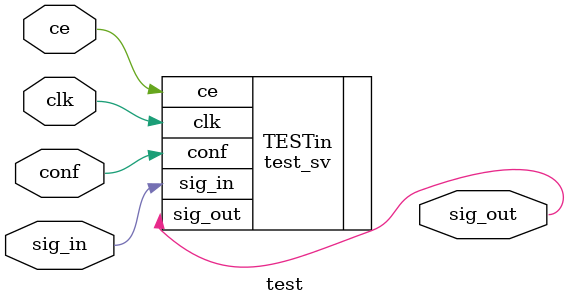
<source format=v>
module test (
    input clk, ce, 
    input sig_in,
    input conf,
    output wire sig_out
);

//assign sig_out = sig_in;

//always @* begin
//    if (conf==1) begin
//        sig_out <= !sig_in;
//    end
//    else begin
//        sig_out <= 0;
//    end
// end

test_sv TESTin(
    .clk(clk),
    .ce(ce),
    .sig_in(sig_in),
    .conf(conf),
    .sig_out(sig_out)
);

endmodule
</source>
